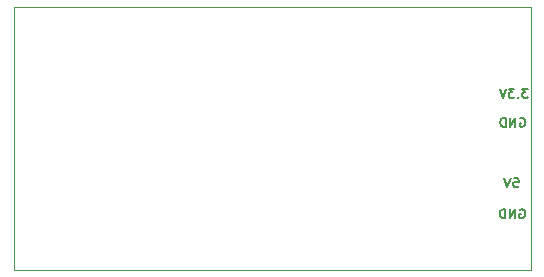
<source format=gbr>
G04 #@! TF.GenerationSoftware,KiCad,Pcbnew,(5.1.4)-1*
G04 #@! TF.CreationDate,2020-07-21T12:04:11+10:00*
G04 #@! TF.ProjectId,STLink2,53544c69-6e6b-4322-9e6b-696361645f70,rev?*
G04 #@! TF.SameCoordinates,Original*
G04 #@! TF.FileFunction,Legend,Bot*
G04 #@! TF.FilePolarity,Positive*
%FSLAX46Y46*%
G04 Gerber Fmt 4.6, Leading zero omitted, Abs format (unit mm)*
G04 Created by KiCad (PCBNEW (5.1.4)-1) date 2020-07-21 12:04:11*
%MOMM*%
%LPD*%
G04 APERTURE LIST*
%ADD10C,0.100000*%
%ADD11C,0.150000*%
G04 APERTURE END LIST*
D10*
X43180000Y-41910000D02*
X43180000Y-42545000D01*
X43180000Y-46990000D02*
X43180000Y-41910000D01*
X86995000Y-46990000D02*
X43180000Y-46990000D01*
X86995000Y-24765000D02*
X86995000Y-46990000D01*
X43180000Y-24765000D02*
X86995000Y-24765000D01*
X43180000Y-42545000D02*
X43180000Y-24765000D01*
D11*
X86029723Y-41890600D02*
X86105914Y-41854885D01*
X86220200Y-41854885D01*
X86334485Y-41890600D01*
X86410676Y-41962028D01*
X86448771Y-42033457D01*
X86486866Y-42176314D01*
X86486866Y-42283457D01*
X86448771Y-42426314D01*
X86410676Y-42497742D01*
X86334485Y-42569171D01*
X86220200Y-42604885D01*
X86144009Y-42604885D01*
X86029723Y-42569171D01*
X85991628Y-42533457D01*
X85991628Y-42283457D01*
X86144009Y-42283457D01*
X85648771Y-42604885D02*
X85648771Y-41854885D01*
X85191628Y-42604885D01*
X85191628Y-41854885D01*
X84810676Y-42604885D02*
X84810676Y-41854885D01*
X84620200Y-41854885D01*
X84505914Y-41890600D01*
X84429723Y-41962028D01*
X84391628Y-42033457D01*
X84353533Y-42176314D01*
X84353533Y-42283457D01*
X84391628Y-42426314D01*
X84429723Y-42497742D01*
X84505914Y-42569171D01*
X84620200Y-42604885D01*
X84810676Y-42604885D01*
X85521780Y-39238685D02*
X85902733Y-39238685D01*
X85940828Y-39595828D01*
X85902733Y-39560114D01*
X85826542Y-39524400D01*
X85636066Y-39524400D01*
X85559876Y-39560114D01*
X85521780Y-39595828D01*
X85483685Y-39667257D01*
X85483685Y-39845828D01*
X85521780Y-39917257D01*
X85559876Y-39952971D01*
X85636066Y-39988685D01*
X85826542Y-39988685D01*
X85902733Y-39952971D01*
X85940828Y-39917257D01*
X85255114Y-39238685D02*
X84988447Y-39988685D01*
X84721780Y-39238685D01*
X86055123Y-34169000D02*
X86131314Y-34133285D01*
X86245600Y-34133285D01*
X86359885Y-34169000D01*
X86436076Y-34240428D01*
X86474171Y-34311857D01*
X86512266Y-34454714D01*
X86512266Y-34561857D01*
X86474171Y-34704714D01*
X86436076Y-34776142D01*
X86359885Y-34847571D01*
X86245600Y-34883285D01*
X86169409Y-34883285D01*
X86055123Y-34847571D01*
X86017028Y-34811857D01*
X86017028Y-34561857D01*
X86169409Y-34561857D01*
X85674171Y-34883285D02*
X85674171Y-34133285D01*
X85217028Y-34883285D01*
X85217028Y-34133285D01*
X84836076Y-34883285D02*
X84836076Y-34133285D01*
X84645600Y-34133285D01*
X84531314Y-34169000D01*
X84455123Y-34240428D01*
X84417028Y-34311857D01*
X84378933Y-34454714D01*
X84378933Y-34561857D01*
X84417028Y-34704714D01*
X84455123Y-34776142D01*
X84531314Y-34847571D01*
X84645600Y-34883285D01*
X84836076Y-34883285D01*
X86728152Y-31669485D02*
X86232914Y-31669485D01*
X86499580Y-31955200D01*
X86385295Y-31955200D01*
X86309104Y-31990914D01*
X86271009Y-32026628D01*
X86232914Y-32098057D01*
X86232914Y-32276628D01*
X86271009Y-32348057D01*
X86309104Y-32383771D01*
X86385295Y-32419485D01*
X86613866Y-32419485D01*
X86690057Y-32383771D01*
X86728152Y-32348057D01*
X85890057Y-32348057D02*
X85851961Y-32383771D01*
X85890057Y-32419485D01*
X85928152Y-32383771D01*
X85890057Y-32348057D01*
X85890057Y-32419485D01*
X85585295Y-31669485D02*
X85090057Y-31669485D01*
X85356723Y-31955200D01*
X85242438Y-31955200D01*
X85166247Y-31990914D01*
X85128152Y-32026628D01*
X85090057Y-32098057D01*
X85090057Y-32276628D01*
X85128152Y-32348057D01*
X85166247Y-32383771D01*
X85242438Y-32419485D01*
X85471009Y-32419485D01*
X85547200Y-32383771D01*
X85585295Y-32348057D01*
X84861485Y-31669485D02*
X84594819Y-32419485D01*
X84328152Y-31669485D01*
M02*

</source>
